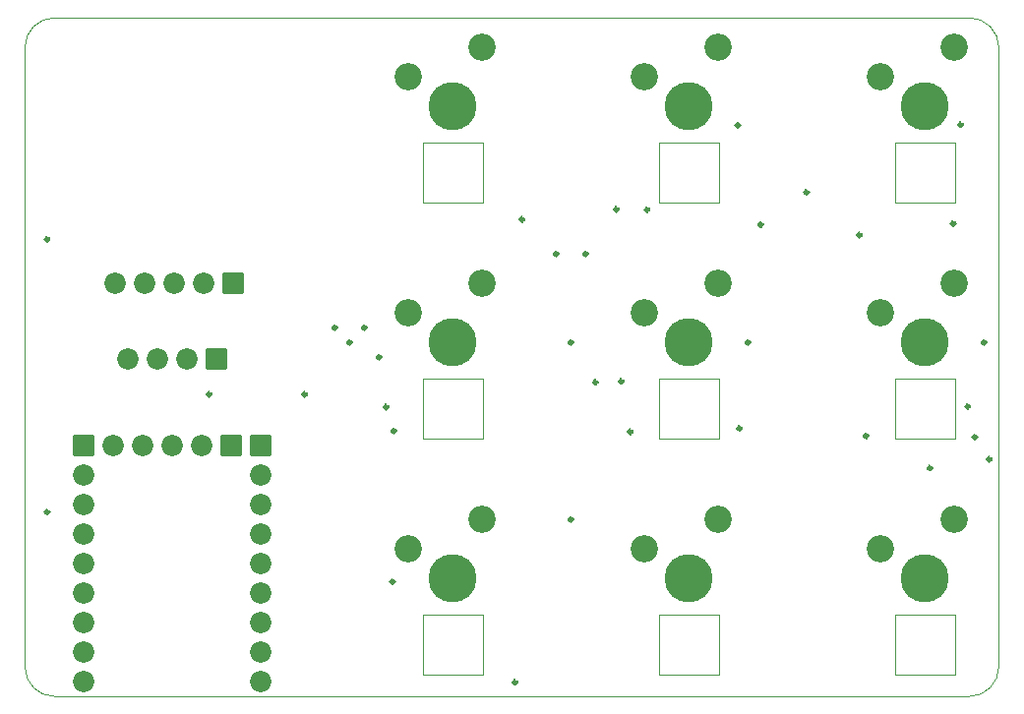
<source format=gbr>
%TF.GenerationSoftware,KiCad,Pcbnew,(6.0.5)*%
%TF.CreationDate,2022-06-04T16:39:11+08:00*%
%TF.ProjectId,keyboard_V3,6b657962-6f61-4726-945f-56332e6b6963,rev?*%
%TF.SameCoordinates,Original*%
%TF.FileFunction,Soldermask,Top*%
%TF.FilePolarity,Negative*%
%FSLAX46Y46*%
G04 Gerber Fmt 4.6, Leading zero omitted, Abs format (unit mm)*
G04 Created by KiCad (PCBNEW (6.0.5)) date 2022-06-04 16:39:11*
%MOMM*%
%LPD*%
G01*
G04 APERTURE LIST*
G04 Aperture macros list*
%AMRoundRect*
0 Rectangle with rounded corners*
0 $1 Rounding radius*
0 $2 $3 $4 $5 $6 $7 $8 $9 X,Y pos of 4 corners*
0 Add a 4 corners polygon primitive as box body*
4,1,4,$2,$3,$4,$5,$6,$7,$8,$9,$2,$3,0*
0 Add four circle primitives for the rounded corners*
1,1,$1+$1,$2,$3*
1,1,$1+$1,$4,$5*
1,1,$1+$1,$6,$7*
1,1,$1+$1,$8,$9*
0 Add four rect primitives between the rounded corners*
20,1,$1+$1,$2,$3,$4,$5,0*
20,1,$1+$1,$4,$5,$6,$7,0*
20,1,$1+$1,$6,$7,$8,$9,0*
20,1,$1+$1,$8,$9,$2,$3,0*%
G04 Aperture macros list end*
%ADD10C,0.304000*%
%TA.AperFunction,Profile*%
%ADD11C,0.100000*%
%TD*%
%TA.AperFunction,Profile*%
%ADD12C,0.050000*%
%TD*%
%ADD13C,2.340000*%
%ADD14C,4.140000*%
%ADD15RoundRect,0.070000X-0.850000X-0.850000X0.850000X-0.850000X0.850000X0.850000X-0.850000X0.850000X0*%
%ADD16O,1.840000X1.840000*%
%ADD17RoundRect,0.070000X-0.850000X0.850000X-0.850000X-0.850000X0.850000X-0.850000X0.850000X0.850000X0*%
G04 APERTURE END LIST*
D10*
X99212000Y-90601800D02*
G75*
G03*
X99212000Y-90601800I-152000J0D01*
G01*
X109829200Y-92608400D02*
G75*
G03*
X109829200Y-92608400I-152000J0D01*
G01*
X104698400Y-93370400D02*
G75*
G03*
X104698400Y-93370400I-152000J0D01*
G01*
X108584600Y-90703400D02*
G75*
G03*
X108584600Y-90703400I-152000J0D01*
G01*
X107949600Y-88061800D02*
G75*
G03*
X107949600Y-88061800I-152000J0D01*
G01*
X109372000Y-82550000D02*
G75*
G03*
X109372000Y-82550000I-152000J0D01*
G01*
X107365400Y-63804800D02*
G75*
G03*
X107365400Y-63804800I-152000J0D01*
G01*
X106705000Y-72313800D02*
G75*
G03*
X106705000Y-72313800I-152000J0D01*
G01*
X98653200Y-73304400D02*
G75*
G03*
X98653200Y-73304400I-152000J0D01*
G01*
X94081200Y-69621400D02*
G75*
G03*
X94081200Y-69621400I-152000J0D01*
G01*
X88188400Y-63855600D02*
G75*
G03*
X88188400Y-63855600I-152000J0D01*
G01*
X90144200Y-72415400D02*
G75*
G03*
X90144200Y-72415400I-152000J0D01*
G01*
X89052000Y-82550000D02*
G75*
G03*
X89052000Y-82550000I-152000J0D01*
G01*
X88315400Y-89941400D02*
G75*
G03*
X88315400Y-89941400I-152000J0D01*
G01*
X78917400Y-90246200D02*
G75*
G03*
X78917400Y-90246200I-152000J0D01*
G01*
X78155400Y-85902800D02*
G75*
G03*
X78155400Y-85902800I-152000J0D01*
G01*
X75920200Y-85979000D02*
G75*
G03*
X75920200Y-85979000I-152000J0D01*
G01*
X80365200Y-71120000D02*
G75*
G03*
X80365200Y-71120000I-152000J0D01*
G01*
X77723600Y-71094600D02*
G75*
G03*
X77723600Y-71094600I-152000J0D01*
G01*
X75082000Y-74930000D02*
G75*
G03*
X75082000Y-74930000I-152000J0D01*
G01*
X72542000Y-74930000D02*
G75*
G03*
X72542000Y-74930000I-152000J0D01*
G01*
X69595600Y-71958200D02*
G75*
G03*
X69595600Y-71958200I-152000J0D01*
G01*
X73812000Y-82550000D02*
G75*
G03*
X73812000Y-82550000I-152000J0D01*
G01*
X73812000Y-97790000D02*
G75*
G03*
X73812000Y-97790000I-152000J0D01*
G01*
X69011400Y-111810800D02*
G75*
G03*
X69011400Y-111810800I-152000J0D01*
G01*
X58445000Y-103149400D02*
G75*
G03*
X58445000Y-103149400I-152000J0D01*
G01*
X58572000Y-90170000D02*
G75*
G03*
X58572000Y-90170000I-152000J0D01*
G01*
X57911600Y-88112600D02*
G75*
G03*
X57911600Y-88112600I-152000J0D01*
G01*
X57302000Y-83820000D02*
G75*
G03*
X57302000Y-83820000I-152000J0D01*
G01*
X56032000Y-81280000D02*
G75*
G03*
X56032000Y-81280000I-152000J0D01*
G01*
X54762000Y-82550000D02*
G75*
G03*
X54762000Y-82550000I-152000J0D01*
G01*
X53492000Y-81280000D02*
G75*
G03*
X53492000Y-81280000I-152000J0D01*
G01*
X50899110Y-87018932D02*
G75*
G03*
X50899110Y-87018932I-152000J0D01*
G01*
X42671600Y-87020400D02*
G75*
G03*
X42671600Y-87020400I-152000J0D01*
G01*
X28727000Y-97155000D02*
G75*
G03*
X28727000Y-97155000I-152000J0D01*
G01*
X28727000Y-73660000D02*
G75*
G03*
X28727000Y-73660000I-152000J0D01*
G01*
D11*
X107950000Y-113030000D02*
G75*
G03*
X110490000Y-110490000I0J2540000D01*
G01*
D12*
X101538462Y-65342253D02*
X106720062Y-65342253D01*
X106720062Y-65342253D02*
X106720062Y-70553853D01*
X106720062Y-70553853D02*
X101538462Y-70553853D01*
X101538462Y-70553853D02*
X101538462Y-65342253D01*
D11*
X29210000Y-113030000D02*
X107950000Y-113030000D01*
D12*
X60909200Y-85674200D02*
X66090800Y-85674200D01*
X66090800Y-85674200D02*
X66090800Y-90855800D01*
X66090800Y-90855800D02*
X60909200Y-90855800D01*
X60909200Y-90855800D02*
X60909200Y-85674200D01*
X60903194Y-65342253D02*
X66084794Y-65342253D01*
X66084794Y-65342253D02*
X66084794Y-70543853D01*
X66084794Y-70543853D02*
X60903194Y-70543853D01*
X60903194Y-70543853D02*
X60903194Y-65342253D01*
X101538462Y-85654200D02*
X106720062Y-85654200D01*
X106720062Y-85654200D02*
X106720062Y-90855800D01*
X106720062Y-90855800D02*
X101538462Y-90855800D01*
X101538462Y-90855800D02*
X101538462Y-85654200D01*
X81220828Y-85654200D02*
X86402428Y-85654200D01*
X86402428Y-85654200D02*
X86402428Y-90855800D01*
X86402428Y-90855800D02*
X81220828Y-90855800D01*
X81220828Y-90855800D02*
X81220828Y-85654200D01*
X81229200Y-65335000D02*
X86410800Y-65335000D01*
X86410800Y-65335000D02*
X86410800Y-70536600D01*
X86410800Y-70536600D02*
X81229200Y-70536600D01*
X81229200Y-70536600D02*
X81229200Y-65335000D01*
D11*
X26670000Y-110490000D02*
X26670000Y-57150000D01*
X110490000Y-110490000D02*
X110490000Y-57150000D01*
X110490000Y-57150000D02*
G75*
G03*
X107950000Y-54610000I-2540000J0D01*
G01*
D12*
X101549200Y-105974200D02*
X106730800Y-105974200D01*
X106730800Y-105974200D02*
X106730800Y-111195800D01*
X106730800Y-111195800D02*
X101549200Y-111195800D01*
X101549200Y-111195800D02*
X101549200Y-105974200D01*
D11*
X107950000Y-54610000D02*
X29210000Y-54610000D01*
D12*
X60909200Y-105984200D02*
X66090800Y-105984200D01*
X66090800Y-105984200D02*
X66090800Y-111175800D01*
X66090800Y-111175800D02*
X60909200Y-111175800D01*
X60909200Y-111175800D02*
X60909200Y-105984200D01*
X26670000Y-110490000D02*
G75*
G03*
X29210000Y-113030000I2540000J0D01*
G01*
X81229200Y-105974200D02*
X86410800Y-105974200D01*
X86410800Y-105974200D02*
X86410800Y-111195800D01*
X86410800Y-111195800D02*
X81229200Y-111195800D01*
X81229200Y-111195800D02*
X81229200Y-105974200D01*
X29210000Y-54610000D02*
G75*
G03*
X26670000Y-57150000I0J-2540000D01*
G01*
D13*
%TO.C,REF\u002A\u002A*%
X59690000Y-59690000D03*
X66040000Y-57150000D03*
D14*
X63500000Y-62230000D03*
%TD*%
%TO.C,REF\u002A\u002A*%
X104140000Y-102870000D03*
D13*
X106680000Y-97790000D03*
X100330000Y-100330000D03*
%TD*%
D14*
%TO.C,REF\u002A\u002A*%
X83820000Y-102870000D03*
D13*
X86360000Y-97790000D03*
X80010000Y-100330000D03*
%TD*%
D15*
%TO.C,REF\u002A\u002A*%
X46990000Y-91440000D03*
D16*
X46990000Y-93980000D03*
X46990000Y-96520000D03*
X46990000Y-99060000D03*
X46990000Y-101600000D03*
X46990000Y-104140000D03*
X46990000Y-106680000D03*
X46990000Y-109220000D03*
X46990000Y-111760000D03*
%TD*%
D14*
%TO.C,REF\u002A\u002A*%
X83820000Y-62230000D03*
D13*
X86360000Y-57150000D03*
X80010000Y-59690000D03*
%TD*%
D14*
%TO.C,REF\u002A\u002A*%
X104140000Y-82550000D03*
D13*
X106680000Y-77470000D03*
X100330000Y-80010000D03*
%TD*%
D15*
%TO.C,REF\u002A\u002A*%
X31750000Y-91440000D03*
D16*
X31750000Y-93980000D03*
X31750000Y-96520000D03*
X31750000Y-99060000D03*
X31750000Y-101600000D03*
X31750000Y-104140000D03*
X31750000Y-106680000D03*
X31750000Y-109220000D03*
X31750000Y-111760000D03*
%TD*%
D14*
%TO.C,REF\u002A\u002A*%
X83800782Y-82540391D03*
D13*
X86340782Y-77460391D03*
X79990782Y-80000391D03*
%TD*%
D14*
%TO.C,REF\u002A\u002A*%
X63500000Y-102870000D03*
D13*
X66040000Y-97790000D03*
X59690000Y-100330000D03*
%TD*%
D14*
%TO.C,REF\u002A\u002A*%
X63500000Y-82550000D03*
D13*
X66040000Y-77470000D03*
X59690000Y-80010000D03*
%TD*%
D14*
%TO.C,REF\u002A\u002A*%
X104140000Y-62230000D03*
D13*
X106680000Y-57150000D03*
X100330000Y-59690000D03*
%TD*%
D17*
%TO.C,REF\u002A\u002A*%
X44450000Y-91440000D03*
D16*
X41910000Y-91440000D03*
X39370000Y-91440000D03*
X36830000Y-91440000D03*
X34290000Y-91440000D03*
%TD*%
D17*
%TO.C,REF\u002A\u002A*%
X43170000Y-83947000D03*
D16*
X40630000Y-83947000D03*
X38090000Y-83947000D03*
X35550000Y-83947000D03*
%TD*%
D17*
%TO.C,REF\u002A\u002A*%
X44577000Y-77470000D03*
D16*
X42037000Y-77470000D03*
X39497000Y-77470000D03*
X36957000Y-77470000D03*
X34417000Y-77470000D03*
%TD*%
M02*

</source>
